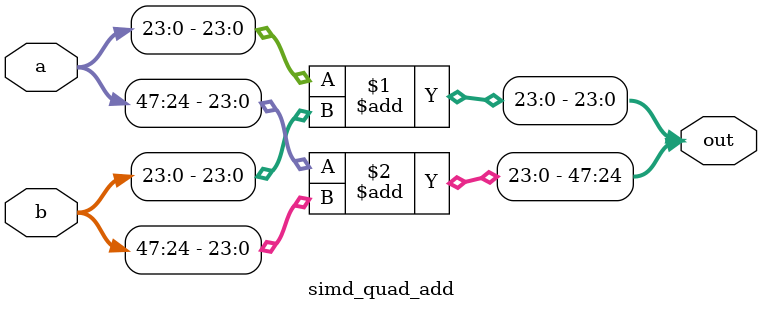
<source format=v>
(* use_dsp = "yes" *)
module simd_quad_add (input [47:0] a, b, output [47:0] out);
  assign {out[47:24], out[23:0]} 
   = {a[47:24] + b[47:24], a[23:0] + b[23:0]};
endmodule
</source>
